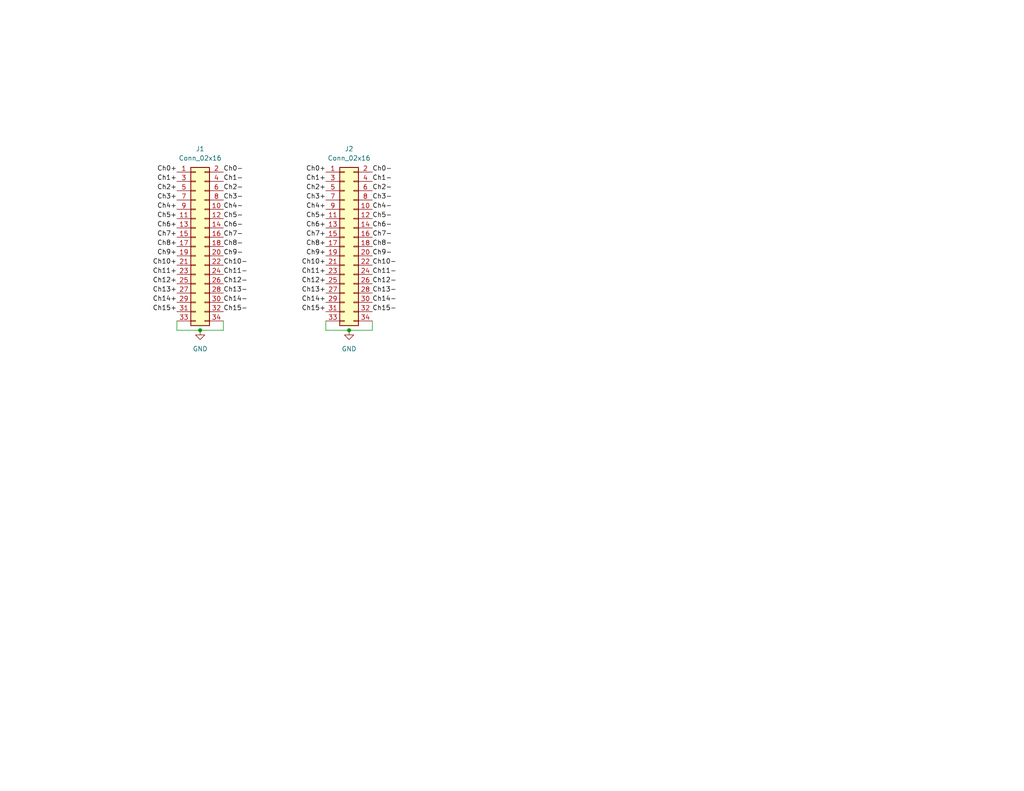
<source format=kicad_sch>
(kicad_sch (version 20250114) (generator "eeschema") (generator_version "9.0")
  (paper "USLetter")
  (title_block (title "LVDelay - LVDS Delay Lines") (date "2025-03-13") (rev "1") (company "SpinQuest DAQ") (comment 1 "Noah Paladino"))
  (lib_symbols
    (symbol "Connector_Generic:Conn_02x17_Odd_Even" (pin_names (offset 1.016) (hide yes))
      (property "Reference" "J" (at 1.27 22.86 0))
      (property "Value" "Conn_02x17_Odd_Even" (at 1.27 -22.86 0))
      (symbol "Conn_02x17_Odd_Even_1_1"
        (rectangle (start -1.27 21.59) (end 3.81 -21.59) (stroke (width 0.254)) (fill (type background)))
        (rectangle (start -1.27 20.447) (end 0 20.193) (stroke (width 0.1524)))
        (rectangle (start -1.27 17.907) (end 0 17.653) (stroke (width 0.1524)))
        (rectangle (start -1.27 15.367) (end 0 15.113) (stroke (width 0.1524)))
        (rectangle (start -1.27 12.827) (end 0 12.573) (stroke (width 0.1524)))
        (rectangle (start -1.27 10.287) (end 0 10.033) (stroke (width 0.1524)))
        (rectangle (start -1.27 7.747) (end 0 7.493) (stroke (width 0.1524)))
        (rectangle (start -1.27 5.207) (end 0 4.953) (stroke (width 0.1524)))
        (rectangle (start -1.27 2.667) (end 0 2.413) (stroke (width 0.1524)))
        (rectangle (start -1.27 0.127) (end 0 -0.127) (stroke (width 0.1524)))
        (rectangle (start -1.27 -2.413) (end 0 -2.667) (stroke (width 0.1524)))
        (rectangle (start -1.27 -4.953) (end 0 -5.207) (stroke (width 0.1524)))
        (rectangle (start -1.27 -7.493) (end 0 -7.747) (stroke (width 0.1524)))
        (rectangle (start -1.27 -10.033) (end 0 -10.287) (stroke (width 0.1524)))
        (rectangle (start -1.27 -12.573) (end 0 -12.827) (stroke (width 0.1524)))
        (rectangle (start -1.27 -15.113) (end 0 -15.367) (stroke (width 0.1524)))
        (rectangle (start -1.27 -17.653) (end 0 -17.907) (stroke (width 0.1524)))
        (rectangle (start -1.27 -20.193) (end 0 -20.447) (stroke (width 0.1524)))
        (rectangle (start 3.81 20.447) (end 2.54 20.193) (stroke (width 0.1524)))
        (rectangle (start 3.81 17.907) (end 2.54 17.653) (stroke (width 0.1524)))
        (rectangle (start 3.81 15.367) (end 2.54 15.113) (stroke (width 0.1524)))
        (rectangle (start 3.81 12.827) (end 2.54 12.573) (stroke (width 0.1524)))
        (rectangle (start 3.81 10.287) (end 2.54 10.033) (stroke (width 0.1524)))
        (rectangle (start 3.81 7.747) (end 2.54 7.493) (stroke (width 0.1524)))
        (rectangle (start 3.81 5.207) (end 2.54 4.953) (stroke (width 0.1524)))
        (rectangle (start 3.81 2.667) (end 2.54 2.413) (stroke (width 0.1524)))
        (rectangle (start 3.81 0.127) (end 2.54 -0.127) (stroke (width 0.1524)))
        (rectangle (start 3.81 -2.413) (end 2.54 -2.667) (stroke (width 0.1524)))
        (rectangle (start 3.81 -4.953) (end 2.54 -5.207) (stroke (width 0.1524)))
        (rectangle (start 3.81 -7.493) (end 2.54 -7.747) (stroke (width 0.1524)))
        (rectangle (start 3.81 -10.033) (end 2.54 -10.287) (stroke (width 0.1524)))
        (rectangle (start 3.81 -12.573) (end 2.54 -12.827) (stroke (width 0.1524)))
        (rectangle (start 3.81 -15.113) (end 2.54 -15.367) (stroke (width 0.1524)))
        (rectangle (start 3.81 -17.653) (end 2.54 -17.907) (stroke (width 0.1524)))
        (rectangle (start 3.81 -20.193) (end 2.54 -20.447) (stroke (width 0.1524)))
        (pin passive line (at -5.08 20.32 0) (length 3.81) (name "Pin_1") (number "1"))
        (pin passive line (at -5.08 17.78 0) (length 3.81) (name "Pin_3") (number "3"))
        (pin passive line (at -5.08 15.24 0) (length 3.81) (name "Pin_5") (number "5"))
        (pin passive line (at -5.08 12.7 0) (length 3.81) (name "Pin_7") (number "7"))
        (pin passive line (at -5.08 10.16 0) (length 3.81) (name "Pin_9") (number "9"))
        (pin passive line (at -5.08 7.62 0) (length 3.81) (name "Pin_11") (number "11"))
        (pin passive line (at -5.08 5.08 0) (length 3.81) (name "Pin_13") (number "13"))
        (pin passive line (at -5.08 2.54 0) (length 3.81) (name "Pin_15") (number "15"))
        (pin passive line (at -5.08 0 0) (length 3.81) (name "Pin_17") (number "17"))
        (pin passive line (at -5.08 -2.54 0) (length 3.81) (name "Pin_19") (number "19"))
        (pin passive line (at -5.08 -5.08 0) (length 3.81) (name "Pin_21") (number "21"))
        (pin passive line (at -5.08 -7.62 0) (length 3.81) (name "Pin_23") (number "23"))
        (pin passive line (at -5.08 -10.16 0) (length 3.81) (name "Pin_25") (number "25"))
        (pin passive line (at -5.08 -12.7 0) (length 3.81) (name "Pin_27") (number "27"))
        (pin passive line (at -5.08 -15.24 0) (length 3.81) (name "Pin_29") (number "29"))
        (pin passive line (at -5.08 -17.78 0) (length 3.81) (name "Pin_31") (number "31"))
        (pin passive line (at -5.08 -20.32 0) (length 3.81) (name "Pin_33") (number "33"))
        (pin passive line (at 7.62 20.32 180) (length 3.81) (name "Pin_2") (number "2"))
        (pin passive line (at 7.62 17.78 180) (length 3.81) (name "Pin_4") (number "4"))
        (pin passive line (at 7.62 15.24 180) (length 3.81) (name "Pin_6") (number "6"))
        (pin passive line (at 7.62 12.7 180) (length 3.81) (name "Pin_8") (number "8"))
        (pin passive line (at 7.62 10.16 180) (length 3.81) (name "Pin_10") (number "10"))
        (pin passive line (at 7.62 7.62 180) (length 3.81) (name "Pin_12") (number "12"))
        (pin passive line (at 7.62 5.08 180) (length 3.81) (name "Pin_14") (number "14"))
        (pin passive line (at 7.62 2.54 180) (length 3.81) (name "Pin_16") (number "16"))
        (pin passive line (at 7.62 0 180) (length 3.81) (name "Pin_18") (number "18"))
        (pin passive line (at 7.62 -2.54 180) (length 3.81) (name "Pin_20") (number "20"))
        (pin passive line (at 7.62 -5.08 180) (length 3.81) (name "Pin_22") (number "22"))
        (pin passive line (at 7.62 -7.62 180) (length 3.81) (name "Pin_24") (number "24"))
        (pin passive line (at 7.62 -10.16 180) (length 3.81) (name "Pin_26") (number "26"))
        (pin passive line (at 7.62 -12.7 180) (length 3.81) (name "Pin_28") (number "28"))
        (pin passive line (at 7.62 -15.24 180) (length 3.81) (name "Pin_30") (number "30"))
        (pin passive line (at 7.62 -17.78 180) (length 3.81) (name "Pin_32") (number "32"))
        (pin passive line (at 7.62 -20.32 180) (length 3.81) (name "Pin_34") (number "34"))
      )
    )
    (symbol "power:GND" (power) (pin_numbers (hide yes)) (pin_names (offset 0) (hide yes))
      (property "Value" "GND" (at 0 -3.81 0))
      (symbol "GND_0_1"
        (polyline (pts (xy 0 0) (xy 0 -1.27) (xy 1.27 -1.27) (xy 0 -2.54) (xy -1.27 -1.27) (xy 0 -1.27)))
      )
      (symbol "GND_1_1"
        (pin power_in line (at 0 0 270) (length 0) (name "~") (number "1"))
      )
    )
  )
  (junction (at 95.25 90.17))
  (junction (at 54.61 90.17))
  (wire (pts (xy 95.25 90.17) (xy 101.6 90.17)))
  (wire (pts (xy 60.96 90.17) (xy 60.96 87.63)))
  (wire (pts (xy 48.26 87.63) (xy 48.26 90.17)))
  (wire (pts (xy 54.61 90.17) (xy 60.96 90.17)))
  (wire (pts (xy 101.6 90.17) (xy 101.6 87.63)))
  (wire (pts (xy 88.9 87.63) (xy 88.9 90.17)))
  (wire (pts (xy 48.26 90.17) (xy 54.61 90.17)))
  (wire (pts (xy 88.9 90.17) (xy 95.25 90.17)))
  (label "Ch12-" (at 101.6 77.47 0))
  (label "Ch12+" (at 48.26 77.47 180))
  (label "Ch8+" (at 48.26 67.31 180))
  (label "Ch6+" (at 88.9 62.23 180))
  (label "Ch15-" (at 101.6 85.09 0))
  (label "Ch4+" (at 48.26 57.15 180))
  (label "Ch0-" (at 101.6 46.99 0))
  (label "Ch7+" (at 48.26 64.77 180))
  (label "Ch2+" (at 48.26 52.07 180))
  (label "Ch0+" (at 48.26 46.99 180))
  (label "Ch11+" (at 88.9 74.93 180))
  (label "Ch3-" (at 60.96 54.61 0))
  (label "Ch6-" (at 101.6 62.23 0))
  (label "Ch12-" (at 60.96 77.47 0))
  (label "Ch8-" (at 101.6 67.31 0))
  (label "Ch0-" (at 60.96 46.99 0))
  (label "Ch10+" (at 88.9 72.39 180))
  (label "Ch2-" (at 101.6 52.07 0))
  (label "Ch9-" (at 101.6 69.85 0))
  (label "Ch11+" (at 48.26 74.93 180))
  (label "Ch15-" (at 60.96 85.09 0))
  (label "Ch7+" (at 88.9 64.77 180))
  (label "Ch1+" (at 48.26 49.53 180))
  (label "Ch10-" (at 101.6 72.39 0))
  (label "Ch8+" (at 88.9 67.31 180))
  (label "Ch6+" (at 48.26 62.23 180))
  (label "Ch14+" (at 48.26 82.55 180))
  (label "Ch12+" (at 88.9 77.47 180))
  (label "Ch10+" (at 48.26 72.39 180))
  (label "Ch9+" (at 48.26 69.85 180))
  (label "Ch14-" (at 101.6 82.55 0))
  (label "Ch2-" (at 60.96 52.07 0))
  (label "Ch4-" (at 60.96 57.15 0))
  (label "Ch3+" (at 88.9 54.61 180))
  (label "Ch13+" (at 48.26 80.01 180))
  (label "Ch3-" (at 101.6 54.61 0))
  (label "Ch7-" (at 101.6 64.77 0))
  (label "Ch1-" (at 60.96 49.53 0))
  (label "Ch5+" (at 88.9 59.69 180))
  (label "Ch3+" (at 48.26 54.61 180))
  (label "Ch0+" (at 88.9 46.99 180))
  (label "Ch5+" (at 48.26 59.69 180))
  (label "Ch15+" (at 88.9 85.09 180))
  (label "Ch10-" (at 60.96 72.39 0))
  (label "Ch4-" (at 101.6 57.15 0))
  (label "Ch6-" (at 60.96 62.23 0))
  (label "Ch5-" (at 60.96 59.69 0))
  (label "Ch9-" (at 60.96 69.85 0))
  (label "Ch13-" (at 101.6 80.01 0))
  (label "Ch9+" (at 88.9 69.85 180))
  (label "Ch1+" (at 88.9 49.53 180))
  (label "Ch4+" (at 88.9 57.15 180))
  (label "Ch2+" (at 88.9 52.07 180))
  (label "Ch15+" (at 48.26 85.09 180))
  (label "Ch1-" (at 101.6 49.53 0))
  (label "Ch13+" (at 88.9 80.01 180))
  (label "Ch5-" (at 101.6 59.69 0))
  (label "Ch11-" (at 60.96 74.93 0))
  (label "Ch14+" (at 88.9 82.55 180))
  (label "Ch11-" (at 101.6 74.93 0))
  (label "Ch13-" (at 60.96 80.01 0))
  (label "Ch14-" (at 60.96 82.55 0))
  (label "Ch7-" (at 60.96 64.77 0))
  (label "Ch8-" (at 60.96 67.31 0))
  (symbol (lib_id "power:GND") (at 95.25 90.17 0) (unit 1)
    (property "Reference" "#PWR02" (effects (hide yes)))
    (property "Value" "GND" (at 95.25 95.25 0))
    (property "Description" "Power symbol creates a global label with name \"GND\" , ground" (effects (hide yes)))
  )
  (symbol (lib_id "Connector_Generic:Conn_02x17_Odd_Even") (at 93.98 67.31 0) (unit 1)
    (property "Reference" "J2" (at 95.25 40.64 0))
    (property "Value" "Conn_02x16" (at 95.25 43.18 0))
    (property "Footprint" "Kria_Board_Parts:PinHeader_2x17_P2.54mm_Vertical_ECL" (effects (hide yes)))
    (property "Description" "Generic connector, double row, 02x17, odd/even pin numbering scheme (row 1 odd numbers, row 2 even numbers), script generated (kicad-library-utils/schlib/autogen/connector/)" (effects (hide yes)))
  )
  (symbol (lib_id "Connector_Generic:Conn_02x17_Odd_Even") (at 53.34 67.31 0) (unit 1)
    (property "Reference" "J1" (at 54.61 40.64 0))
    (property "Value" "Conn_02x16" (at 54.61 43.18 0))
    (property "Footprint" "Kria_Board_Parts:PinHeader_2x17_P2.54mm_Vertical_ECL" (effects (hide yes)))
    (property "Description" "Generic connector, double row, 02x17, odd/even pin numbering scheme (row 1 odd numbers, row 2 even numbers), script generated (kicad-library-utils/schlib/autogen/connector/)" (effects (hide yes)))
  )
  (symbol (lib_id "power:GND") (at 54.61 90.17 0) (unit 1)
    (property "Reference" "#PWR01" (effects (hide yes)))
    (property "Value" "GND" (at 54.61 95.25 0))
    (property "Description" "Power symbol creates a global label with name \"GND\" , ground" (effects (hide yes)))
  )
)
</source>
